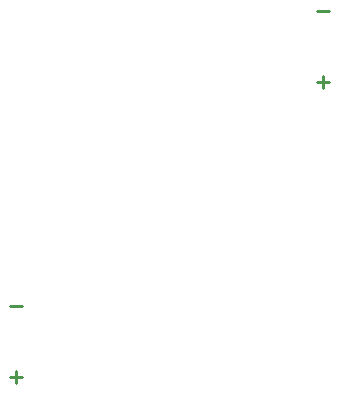
<source format=gbo>
G04*
G04 #@! TF.GenerationSoftware,Altium Limited,Altium Designer,18.0.11 (651)*
G04*
G04 Layer_Color=32896*
%FSLAX43Y43*%
%MOMM*%
G71*
G01*
G75*
%ADD17C,0.254*%
D17*
X37000Y43762D02*
X38016D01*
X38000Y37762D02*
X36984D01*
X37492Y38270D02*
Y37254D01*
X12000Y12762D02*
X10984D01*
X11492Y13270D02*
Y12254D01*
X12000Y18762D02*
X10984D01*
M02*

</source>
